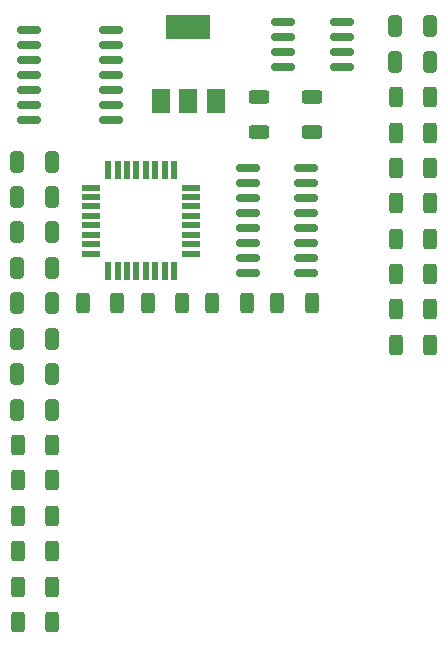
<source format=gbr>
%TF.GenerationSoftware,KiCad,Pcbnew,6.0.7-f9a2dced07~116~ubuntu20.04.1*%
%TF.CreationDate,2022-08-30T20:59:11+02:00*%
%TF.ProjectId,mc unit,6d632075-6e69-4742-9e6b-696361645f70,rev?*%
%TF.SameCoordinates,Original*%
%TF.FileFunction,Paste,Top*%
%TF.FilePolarity,Positive*%
%FSLAX46Y46*%
G04 Gerber Fmt 4.6, Leading zero omitted, Abs format (unit mm)*
G04 Created by KiCad (PCBNEW 6.0.7-f9a2dced07~116~ubuntu20.04.1) date 2022-08-30 20:59:11*
%MOMM*%
%LPD*%
G01*
G04 APERTURE LIST*
G04 Aperture macros list*
%AMRoundRect*
0 Rectangle with rounded corners*
0 $1 Rounding radius*
0 $2 $3 $4 $5 $6 $7 $8 $9 X,Y pos of 4 corners*
0 Add a 4 corners polygon primitive as box body*
4,1,4,$2,$3,$4,$5,$6,$7,$8,$9,$2,$3,0*
0 Add four circle primitives for the rounded corners*
1,1,$1+$1,$2,$3*
1,1,$1+$1,$4,$5*
1,1,$1+$1,$6,$7*
1,1,$1+$1,$8,$9*
0 Add four rect primitives between the rounded corners*
20,1,$1+$1,$2,$3,$4,$5,0*
20,1,$1+$1,$4,$5,$6,$7,0*
20,1,$1+$1,$6,$7,$8,$9,0*
20,1,$1+$1,$8,$9,$2,$3,0*%
G04 Aperture macros list end*
%ADD10RoundRect,0.250000X-0.325000X-0.650000X0.325000X-0.650000X0.325000X0.650000X-0.325000X0.650000X0*%
%ADD11RoundRect,0.250000X-0.312500X-0.625000X0.312500X-0.625000X0.312500X0.625000X-0.312500X0.625000X0*%
%ADD12R,0.550000X1.600000*%
%ADD13R,1.600000X0.550000*%
%ADD14RoundRect,0.150000X-0.837500X-0.150000X0.837500X-0.150000X0.837500X0.150000X-0.837500X0.150000X0*%
%ADD15R,1.500000X2.000000*%
%ADD16R,3.800000X2.000000*%
%ADD17RoundRect,0.250000X0.625000X-0.312500X0.625000X0.312500X-0.625000X0.312500X-0.625000X-0.312500X0*%
%ADD18RoundRect,0.150000X-0.825000X-0.150000X0.825000X-0.150000X0.825000X0.150000X-0.825000X0.150000X0*%
G04 APERTURE END LIST*
D10*
%TO.C,C8*%
X38525000Y-131500000D03*
X41475000Y-131500000D03*
%TD*%
%TO.C,C6*%
X38525000Y-137500000D03*
X41475000Y-137500000D03*
%TD*%
D11*
%TO.C,R12*%
X70537500Y-138030000D03*
X73462500Y-138030000D03*
%TD*%
D12*
%TO.C,U3*%
X51800000Y-132250000D03*
X51000000Y-132250000D03*
X50200000Y-132250000D03*
X49400000Y-132250000D03*
X48600000Y-132250000D03*
X47800000Y-132250000D03*
X47000000Y-132250000D03*
X46200000Y-132250000D03*
D13*
X44750000Y-133700000D03*
X44750000Y-134500000D03*
X44750000Y-135300000D03*
X44750000Y-136100000D03*
X44750000Y-136900000D03*
X44750000Y-137700000D03*
X44750000Y-138500000D03*
X44750000Y-139300000D03*
D12*
X46200000Y-140750000D03*
X47000000Y-140750000D03*
X47800000Y-140750000D03*
X48600000Y-140750000D03*
X49400000Y-140750000D03*
X50200000Y-140750000D03*
X51000000Y-140750000D03*
X51800000Y-140750000D03*
D13*
X53250000Y-139300000D03*
X53250000Y-138500000D03*
X53250000Y-137700000D03*
X53250000Y-136900000D03*
X53250000Y-136100000D03*
X53250000Y-135300000D03*
X53250000Y-134500000D03*
X53250000Y-133700000D03*
%TD*%
D11*
%TO.C,R3*%
X38537500Y-164500000D03*
X41462500Y-164500000D03*
%TD*%
%TO.C,R10*%
X60537500Y-143500000D03*
X63462500Y-143500000D03*
%TD*%
D10*
%TO.C,C5*%
X38525000Y-140500000D03*
X41475000Y-140500000D03*
%TD*%
%TO.C,C1*%
X38525000Y-152500000D03*
X41475000Y-152500000D03*
%TD*%
D11*
%TO.C,R2*%
X38537500Y-167500000D03*
X41462500Y-167500000D03*
%TD*%
%TO.C,R7*%
X44037500Y-143500000D03*
X46962500Y-143500000D03*
%TD*%
D10*
%TO.C,C10*%
X70525000Y-123050000D03*
X73475000Y-123050000D03*
%TD*%
%TO.C,C3*%
X38525000Y-146500000D03*
X41475000Y-146500000D03*
%TD*%
D11*
%TO.C,R6*%
X38537500Y-155500000D03*
X41462500Y-155500000D03*
%TD*%
%TO.C,R8*%
X49537500Y-143500000D03*
X52462500Y-143500000D03*
%TD*%
D14*
%TO.C,U1*%
X39537500Y-120390000D03*
X39537500Y-121660000D03*
X39537500Y-122930000D03*
X39537500Y-124200000D03*
X39537500Y-125470000D03*
X39537500Y-126740000D03*
X39537500Y-128010000D03*
X46462500Y-128010000D03*
X46462500Y-126740000D03*
X46462500Y-125470000D03*
X46462500Y-124200000D03*
X46462500Y-122930000D03*
X46462500Y-121660000D03*
X46462500Y-120390000D03*
%TD*%
D11*
%TO.C,R17*%
X70537500Y-135040000D03*
X73462500Y-135040000D03*
%TD*%
%TO.C,R5*%
X38537500Y-158500000D03*
X41462500Y-158500000D03*
%TD*%
D15*
%TO.C,U2*%
X50700000Y-126400000D03*
D16*
X53000000Y-120100000D03*
D15*
X53000000Y-126400000D03*
X55300000Y-126400000D03*
%TD*%
D11*
%TO.C,R11*%
X70537500Y-147000000D03*
X73462500Y-147000000D03*
%TD*%
D10*
%TO.C,C9*%
X70525000Y-120000000D03*
X73475000Y-120000000D03*
%TD*%
D17*
%TO.C,Rshunt1*%
X59000000Y-128962500D03*
X59000000Y-126037500D03*
%TD*%
D10*
%TO.C,C2*%
X38525000Y-149500000D03*
X41475000Y-149500000D03*
%TD*%
D11*
%TO.C,R4*%
X38537500Y-161500000D03*
X41462500Y-161500000D03*
%TD*%
D18*
%TO.C,U4*%
X58025000Y-132055000D03*
X58025000Y-133325000D03*
X58025000Y-134595000D03*
X58025000Y-135865000D03*
X58025000Y-137135000D03*
X58025000Y-138405000D03*
X58025000Y-139675000D03*
X58025000Y-140945000D03*
X62975000Y-140945000D03*
X62975000Y-139675000D03*
X62975000Y-138405000D03*
X62975000Y-137135000D03*
X62975000Y-135865000D03*
X62975000Y-134595000D03*
X62975000Y-133325000D03*
X62975000Y-132055000D03*
%TD*%
D11*
%TO.C,R9*%
X55037500Y-143500000D03*
X57962500Y-143500000D03*
%TD*%
D17*
%TO.C,Rshunt2*%
X63500000Y-128962500D03*
X63500000Y-126037500D03*
%TD*%
D11*
%TO.C,R15*%
X70537500Y-141020000D03*
X73462500Y-141020000D03*
%TD*%
D10*
%TO.C,C7*%
X38525000Y-134500000D03*
X41475000Y-134500000D03*
%TD*%
D11*
%TO.C,R16*%
X70537500Y-126070000D03*
X73462500Y-126070000D03*
%TD*%
%TO.C,R18*%
X70537500Y-144010000D03*
X73462500Y-144010000D03*
%TD*%
%TO.C,R13*%
X70537500Y-129060000D03*
X73462500Y-129060000D03*
%TD*%
D18*
%TO.C,U5*%
X61025000Y-119645000D03*
X61025000Y-120915000D03*
X61025000Y-122185000D03*
X61025000Y-123455000D03*
X65975000Y-123455000D03*
X65975000Y-122185000D03*
X65975000Y-120915000D03*
X65975000Y-119645000D03*
%TD*%
D10*
%TO.C,C4*%
X38525000Y-143500000D03*
X41475000Y-143500000D03*
%TD*%
D11*
%TO.C,R1*%
X38537500Y-170500000D03*
X41462500Y-170500000D03*
%TD*%
%TO.C,R14*%
X70537500Y-132050000D03*
X73462500Y-132050000D03*
%TD*%
M02*

</source>
